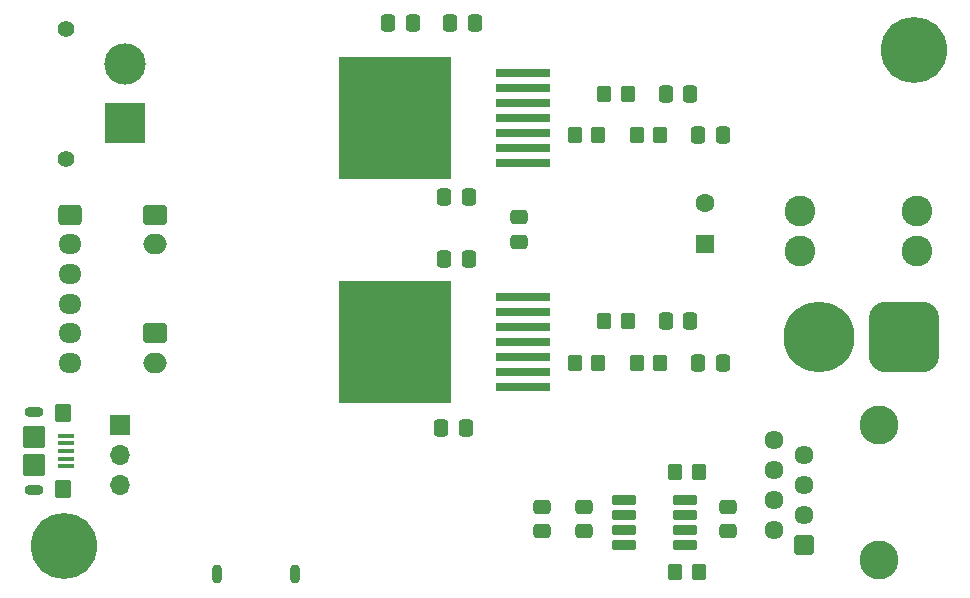
<source format=gts>
%TF.GenerationSoftware,KiCad,Pcbnew,8.0.3-8.0.3-0~ubuntu22.04.1*%
%TF.CreationDate,2024-07-07T00:06:27-04:00*%
%TF.ProjectId,arm_drive_jl,61726d5f-6472-4697-9665-5f6a6c2e6b69,rev?*%
%TF.SameCoordinates,Original*%
%TF.FileFunction,Soldermask,Top*%
%TF.FilePolarity,Negative*%
%FSLAX46Y46*%
G04 Gerber Fmt 4.6, Leading zero omitted, Abs format (unit mm)*
G04 Created by KiCad (PCBNEW 8.0.3-8.0.3-0~ubuntu22.04.1) date 2024-07-07 00:06:27*
%MOMM*%
%LPD*%
G01*
G04 APERTURE LIST*
G04 Aperture macros list*
%AMRoundRect*
0 Rectangle with rounded corners*
0 $1 Rounding radius*
0 $2 $3 $4 $5 $6 $7 $8 $9 X,Y pos of 4 corners*
0 Add a 4 corners polygon primitive as box body*
4,1,4,$2,$3,$4,$5,$6,$7,$8,$9,$2,$3,0*
0 Add four circle primitives for the rounded corners*
1,1,$1+$1,$2,$3*
1,1,$1+$1,$4,$5*
1,1,$1+$1,$6,$7*
1,1,$1+$1,$8,$9*
0 Add four rect primitives between the rounded corners*
20,1,$1+$1,$2,$3,$4,$5,0*
20,1,$1+$1,$4,$5,$6,$7,0*
20,1,$1+$1,$6,$7,$8,$9,0*
20,1,$1+$1,$8,$9,$2,$3,0*%
G04 Aperture macros list end*
%ADD10RoundRect,0.250000X-0.725000X0.600000X-0.725000X-0.600000X0.725000X-0.600000X0.725000X0.600000X0*%
%ADD11O,1.950000X1.700000*%
%ADD12RoundRect,0.250000X-0.750000X0.600000X-0.750000X-0.600000X0.750000X-0.600000X0.750000X0.600000X0*%
%ADD13O,2.000000X1.700000*%
%ADD14RoundRect,0.250000X0.337500X0.475000X-0.337500X0.475000X-0.337500X-0.475000X0.337500X-0.475000X0*%
%ADD15O,1.600000X0.900000*%
%ADD16RoundRect,0.250000X-0.450000X0.550000X-0.450000X-0.550000X0.450000X-0.550000X0.450000X0.550000X0*%
%ADD17RoundRect,0.250000X-0.700000X0.700000X-0.700000X-0.700000X0.700000X-0.700000X0.700000X0.700000X0*%
%ADD18RoundRect,0.100000X-0.575000X0.100000X-0.575000X-0.100000X0.575000X-0.100000X0.575000X0.100000X0*%
%ADD19RoundRect,0.250000X0.475000X-0.337500X0.475000X0.337500X-0.475000X0.337500X-0.475000X-0.337500X0*%
%ADD20RoundRect,0.250000X-0.337500X-0.475000X0.337500X-0.475000X0.337500X0.475000X-0.337500X0.475000X0*%
%ADD21R,4.683400X0.762000*%
%ADD22R,9.557400X10.312400*%
%ADD23C,1.400000*%
%ADD24R,3.500000X3.500000*%
%ADD25C,3.500000*%
%ADD26RoundRect,0.250000X0.350000X0.450000X-0.350000X0.450000X-0.350000X-0.450000X0.350000X-0.450000X0*%
%ADD27R,1.600000X1.600000*%
%ADD28C,1.600000*%
%ADD29RoundRect,0.250000X-0.350000X-0.450000X0.350000X-0.450000X0.350000X0.450000X-0.350000X0.450000X0*%
%ADD30C,2.604000*%
%ADD31RoundRect,1.500000X1.500000X1.500000X-1.500000X1.500000X-1.500000X-1.500000X1.500000X-1.500000X0*%
%ADD32C,6.000000*%
%ADD33C,3.600000*%
%ADD34C,5.600000*%
%ADD35C,3.300000*%
%ADD36RoundRect,0.102000X0.704000X-0.704000X0.704000X0.704000X-0.704000X0.704000X-0.704000X-0.704000X0*%
%ADD37C,1.612000*%
%ADD38RoundRect,0.055580X-0.921420X-0.341420X0.921420X-0.341420X0.921420X0.341420X-0.921420X0.341420X0*%
%ADD39R,1.700000X1.700000*%
%ADD40O,1.700000X1.700000*%
%ADD41O,0.900000X1.600000*%
G04 APERTURE END LIST*
D10*
%TO.C,J2*%
X41500000Y-55000000D03*
D11*
X41500000Y-57500000D03*
X41500000Y-60000000D03*
X41500000Y-62500000D03*
X41500000Y-65000000D03*
X41500000Y-67500000D03*
%TD*%
D12*
%TO.C,J8*%
X48725000Y-55000000D03*
D13*
X48725000Y-57500000D03*
%TD*%
D14*
%TO.C,C11*%
X94037500Y-64000000D03*
X91962500Y-64000000D03*
%TD*%
D15*
%TO.C,J6*%
X38500000Y-78275000D03*
D16*
X40950000Y-78175000D03*
D17*
X38500000Y-76175000D03*
X38500000Y-73775000D03*
D16*
X40950000Y-71775000D03*
D15*
X38500000Y-71675000D03*
D18*
X41175000Y-76275000D03*
X41175000Y-75625000D03*
X41175000Y-74975000D03*
X41175000Y-74325000D03*
X41175000Y-73675000D03*
%TD*%
D19*
%TO.C,C18*%
X85000000Y-81787500D03*
X85000000Y-79712500D03*
%TD*%
D20*
%TO.C,C8*%
X73212500Y-53500000D03*
X75287500Y-53500000D03*
%TD*%
D21*
%TO.C,U1*%
X79908300Y-50560000D03*
X79908300Y-49290000D03*
X79908300Y-48020000D03*
X79908300Y-46750000D03*
X79908300Y-45480000D03*
X79908300Y-44210000D03*
X79908300Y-42940000D03*
D22*
X69028700Y-46750000D03*
%TD*%
D19*
%TO.C,C7*%
X79500000Y-57287500D03*
X79500000Y-55212500D03*
%TD*%
D23*
%TO.C,J5*%
X41150000Y-50250000D03*
X41150000Y-39250000D03*
D24*
X46150000Y-47250000D03*
D25*
X46150000Y-42250000D03*
%TD*%
D26*
%TO.C,R3*%
X89500000Y-48250000D03*
X91500000Y-48250000D03*
%TD*%
D27*
%TO.C,C3*%
X95250000Y-57500000D03*
D28*
X95250000Y-54000000D03*
%TD*%
D14*
%TO.C,C4*%
X70537500Y-38750000D03*
X68462500Y-38750000D03*
%TD*%
D19*
%TO.C,C17*%
X81500000Y-81787500D03*
X81500000Y-79712500D03*
%TD*%
D29*
%TO.C,R8*%
X86750000Y-44750000D03*
X88750000Y-44750000D03*
%TD*%
D30*
%TO.C,F1*%
X103310000Y-54662500D03*
X103310000Y-58062500D03*
X113230000Y-54662500D03*
X113230000Y-58062500D03*
%TD*%
D12*
%TO.C,J7*%
X48750000Y-65000000D03*
D13*
X48750000Y-67500000D03*
%TD*%
D19*
%TO.C,C19*%
X97250000Y-81787500D03*
X97250000Y-79712500D03*
%TD*%
D14*
%TO.C,C10*%
X75787500Y-38750000D03*
X73712500Y-38750000D03*
%TD*%
D29*
%TO.C,R6*%
X86250000Y-48250000D03*
X84250000Y-48250000D03*
%TD*%
%TO.C,R9*%
X86750000Y-64000000D03*
X88750000Y-64000000D03*
%TD*%
D31*
%TO.C,J4*%
X112120000Y-65362500D03*
D32*
X104920000Y-65362500D03*
%TD*%
D21*
%TO.C,U2*%
X79908300Y-69560000D03*
X79908300Y-68290000D03*
X79908300Y-67020000D03*
X79908300Y-65750000D03*
X79908300Y-64480000D03*
X79908300Y-63210000D03*
X79908300Y-61940000D03*
D22*
X69028700Y-65750000D03*
%TD*%
D29*
%TO.C,R13*%
X92750000Y-85250000D03*
X94750000Y-85250000D03*
%TD*%
D33*
%TO.C,H2*%
X41000000Y-83000000D03*
D34*
X41000000Y-83000000D03*
%TD*%
D20*
%TO.C,C12*%
X96787500Y-48250000D03*
X94712500Y-48250000D03*
%TD*%
D33*
%TO.C,H1*%
X113000000Y-41000000D03*
D34*
X113000000Y-41000000D03*
%TD*%
D35*
%TO.C,J3*%
X110000000Y-84215000D03*
X110000000Y-72785000D03*
D36*
X103650000Y-82945000D03*
D37*
X101110000Y-81675000D03*
X103650000Y-80405000D03*
X101110000Y-79135000D03*
X103650000Y-77865000D03*
X101110000Y-76595000D03*
X103650000Y-75325000D03*
X101110000Y-74055000D03*
%TD*%
D29*
%TO.C,R7*%
X84250000Y-67500000D03*
X86250000Y-67500000D03*
%TD*%
D14*
%TO.C,C5*%
X75287500Y-58750000D03*
X73212500Y-58750000D03*
%TD*%
%TO.C,C6*%
X94037500Y-44750000D03*
X91962500Y-44750000D03*
%TD*%
D26*
%TO.C,R12*%
X94750000Y-76750000D03*
X92750000Y-76750000D03*
%TD*%
D38*
%TO.C,U5*%
X88415000Y-79095000D03*
X88415000Y-80365000D03*
X88415000Y-81635000D03*
X88415000Y-82905000D03*
X93585000Y-82905000D03*
X93585000Y-81635000D03*
X93585000Y-80365000D03*
X93585000Y-79095000D03*
%TD*%
D29*
%TO.C,R4*%
X89500000Y-67500000D03*
X91500000Y-67500000D03*
%TD*%
D39*
%TO.C,JP1*%
X45750000Y-72750000D03*
D40*
X45750000Y-75290000D03*
X45750000Y-77830000D03*
%TD*%
D20*
%TO.C,C13*%
X94712500Y-67500000D03*
X96787500Y-67500000D03*
%TD*%
%TO.C,C9*%
X72962500Y-73000000D03*
X75037500Y-73000000D03*
%TD*%
D41*
%TO.C,J1*%
X60550000Y-85425000D03*
X53950000Y-85425000D03*
%TD*%
M02*

</source>
